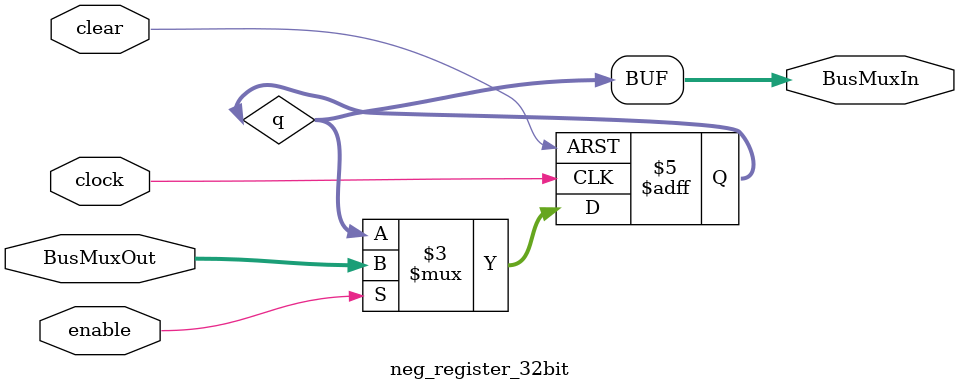
<source format=v>
module neg_register_32bit #(
    parameter DATA_WIDTH_IN = 32,
    parameter DATA_WIDTH_OUT = 32,
    parameter INIT = 32'h0
)(
    input clear, clock, enable,
    input [DATA_WIDTH_IN-1:0] BusMuxOut,
    output wire [DATA_WIDTH_OUT-1:0] BusMuxIn
);
    reg [DATA_WIDTH_IN-1:0] q;
    initial q = INIT;

    always @ (negedge clock or posedge clear) begin
        if (clear) begin
            q <= {DATA_WIDTH_IN{1'b0}};
        end
        else if (enable) begin
            q <= BusMuxOut;
        end
    end

    assign BusMuxIn = q[DATA_WIDTH_OUT-1:0];
endmodule
</source>
